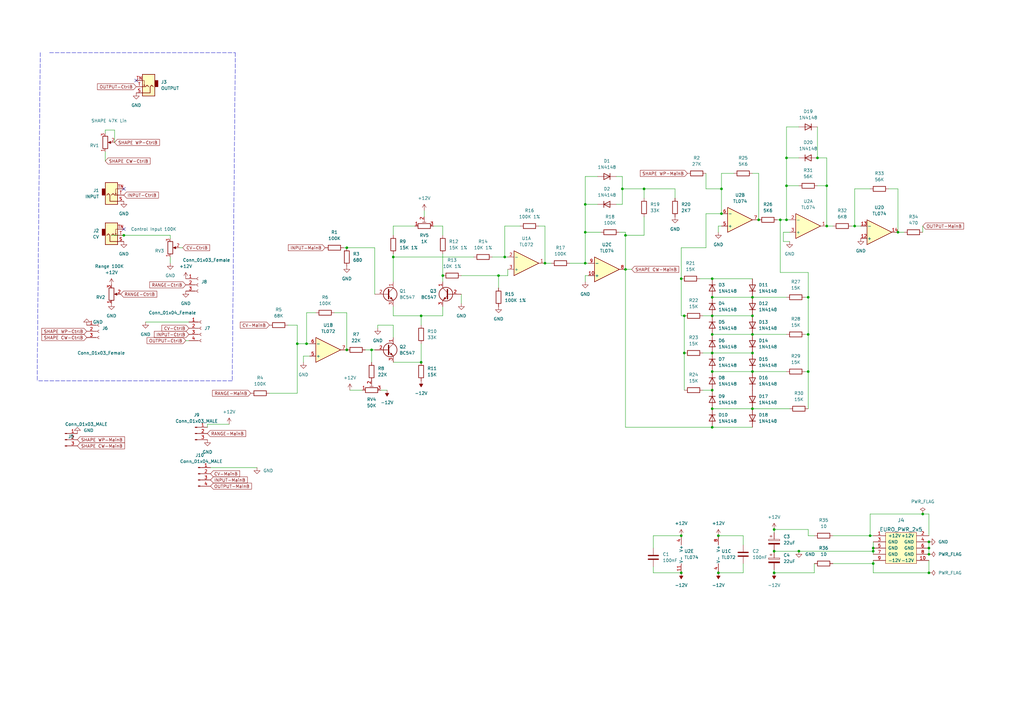
<source format=kicad_sch>
(kicad_sch (version 20211123) (generator eeschema)
  (paper "A3")
  (title_block (title "Yusynth WaveFolder") (date "2023-06-26"))
  (junction (at 279.4 114.3))
  (junction (at 322.58 90.17))
  (junction (at 255.27 77.47))
  (junction (at 308.61 152.4))
  (junction (at 292.1 114.3))
  (junction (at 240.03 83.82))
  (junction (at 295.91 77.47))
  (junction (at 172.72 129.54))
  (junction (at 142.24 143.51))
  (junction (at 292.1 160.02))
  (junction (at 280.67 144.78))
  (junction (at 295.91 87.63))
  (junction (at 292.1 167.64))
  (junction (at 280.67 129.54))
  (junction (at 181.61 113.03))
  (junction (at 292.1 137.16))
  (junction (at 50.8 96.52))
  (junction (at 152.4 143.51))
  (junction (at 350.52 92.71))
  (junction (at 339.09 76.2))
  (junction (at 256.54 96.52))
  (junction (at 294.64 234.95))
  (junction (at 317.5 234.95))
  (junction (at 292.1 144.78))
  (junction (at 317.5 226.06))
  (junction (at 358.14 231.14))
  (junction (at 331.47 137.16))
  (junction (at 378.46 210.82))
  (junction (at 335.28 64.77))
  (junction (at 308.61 129.54))
  (junction (at 292.1 152.4))
  (junction (at 279.4 219.71))
  (junction (at 308.61 121.92))
  (junction (at 223.52 107.95))
  (junction (at 142.24 101.6))
  (junction (at 358.14 224.79))
  (junction (at 356.87 219.71))
  (junction (at 368.3 95.25))
  (junction (at 381 224.79))
  (junction (at 256.54 110.49))
  (junction (at 308.61 167.64))
  (junction (at 381 234.95))
  (junction (at 327.66 226.06))
  (junction (at 279.4 234.95))
  (junction (at 264.16 77.47))
  (junction (at 172.72 148.59))
  (junction (at 292.1 129.54))
  (junction (at 121.92 140.97))
  (junction (at 308.61 144.78))
  (junction (at 207.01 105.41))
  (junction (at 311.15 90.17))
  (junction (at 339.09 92.71))
  (junction (at 320.04 90.17))
  (junction (at 322.58 76.2))
  (junction (at 294.64 219.71))
  (junction (at 125.73 140.97))
  (junction (at 381 227.33))
  (junction (at 240.03 107.95))
  (junction (at 331.47 152.4))
  (junction (at 292.1 175.26))
  (junction (at 331.47 121.92))
  (junction (at 317.5 217.17))
  (junction (at 358.14 226.06))
  (junction (at 322.58 64.77))
  (junction (at 308.61 137.16))
  (junction (at 381 222.25))
  (junction (at 161.29 105.41))
  (junction (at 240.03 95.25))
  (junction (at 292.1 121.92))
  (junction (at 204.47 113.03))
  (no_connect (at 50.8 93.98))
  (no_connect (at 50.8 77.47))
  (no_connect (at 55.88 33.02))
  (wire (pts (xy 45.72 96.52) (xy 50.8 96.52)))
  (wire (pts (xy 358.14 226.06) (xy 358.14 227.33)))
  (wire (pts (xy 279.4 129.54) (xy 280.67 129.54)))
  (wire (pts (xy 320.04 90.17) (xy 322.58 90.17)))
  (wire (pts (xy 129.54 128.27) (xy 125.73 128.27)))
  (wire (pts (xy 85.09 173.99) (xy 85.09 175.26)))
  (wire (pts (xy 350.52 77.47) (xy 350.52 92.71)))
  (wire (pts (xy 46.99 53.34) (xy 46.99 58.42)))
  (wire (pts (xy 204.47 113.03) (xy 208.28 113.03)))
  (wire (pts (xy 292.1 152.4) (xy 308.61 152.4)))
  (wire (pts (xy 317.5 217.17) (xy 317.5 218.44)))
  (wire (pts (xy 339.09 76.2) (xy 339.09 92.71)))
  (wire (pts (xy 292.1 167.64) (xy 308.61 167.64)))
  (wire (pts (xy 288.29 160.02) (xy 292.1 160.02)))
  (wire (pts (xy 358.14 231.14) (xy 358.14 234.95)))
  (wire (pts (xy 330.2 121.92) (xy 331.47 121.92)))
  (wire (pts (xy 172.72 140.97) (xy 172.72 148.59)))
  (wire (pts (xy 320.04 111.76) (xy 331.47 111.76)))
  (wire (pts (xy 153.67 120.65) (xy 153.67 101.6)))
  (wire (pts (xy 322.58 90.17) (xy 323.85 90.17)))
  (wire (pts (xy 327.66 76.2) (xy 322.58 76.2)))
  (wire (pts (xy 341.63 219.71) (xy 356.87 219.71)))
  (wire (pts (xy 121.92 133.35) (xy 121.92 140.97)))
  (wire (pts (xy 335.28 52.07) (xy 335.28 64.77)))
  (wire (pts (xy 323.85 95.25) (xy 321.31 95.25)))
  (wire (pts (xy 256.54 96.52) (xy 256.54 110.49)))
  (wire (pts (xy 289.56 71.12) (xy 289.56 77.47)))
  (wire (pts (xy 311.15 71.12) (xy 311.15 90.17)))
  (wire (pts (xy 161.29 138.43) (xy 161.29 133.35)))
  (wire (pts (xy 223.52 92.71) (xy 223.52 107.95)))
  (wire (pts (xy 322.58 52.07) (xy 322.58 64.77)))
  (wire (pts (xy 358.14 222.25) (xy 358.14 224.79)))
  (wire (pts (xy 59.69 132.08) (xy 77.47 132.08)))
  (wire (pts (xy 295.91 92.71) (xy 294.64 92.71)))
  (polyline (pts (xy 20.32 21.59) (xy 96.52 21.59)))
  (wire (pts (xy 330.2 137.16) (xy 331.47 137.16)))
  (wire (pts (xy 264.16 96.52) (xy 256.54 96.52)))
  (wire (pts (xy 161.29 104.14) (xy 161.29 105.41)))
  (wire (pts (xy 181.61 104.14) (xy 181.61 113.03)))
  (wire (pts (xy 331.47 217.17) (xy 317.5 217.17)))
  (wire (pts (xy 245.11 72.39) (xy 240.03 72.39)))
  (wire (pts (xy 267.97 219.71) (xy 279.4 219.71)))
  (wire (pts (xy 43.18 54.61) (xy 43.18 53.34)))
  (wire (pts (xy 256.54 110.49) (xy 256.54 175.26)))
  (wire (pts (xy 279.4 101.6) (xy 289.56 101.6)))
  (wire (pts (xy 50.8 96.52) (xy 69.85 96.52)))
  (wire (pts (xy 73.66 101.6) (xy 74.93 101.6)))
  (wire (pts (xy 223.52 107.95) (xy 226.06 107.95)))
  (wire (pts (xy 289.56 77.47) (xy 295.91 77.47)))
  (wire (pts (xy 276.86 77.47) (xy 264.16 77.47)))
  (wire (pts (xy 173.99 86.36) (xy 173.99 88.9)))
  (wire (pts (xy 142.24 101.6) (xy 140.97 101.6)))
  (polyline (pts (xy 16.51 21.59) (xy 15.24 156.21)))
  (wire (pts (xy 181.61 113.03) (xy 181.61 115.57)))
  (wire (pts (xy 378.46 210.82) (xy 381 210.82)))
  (wire (pts (xy 358.14 234.95) (xy 381 234.95)))
  (wire (pts (xy 69.85 105.41) (xy 69.85 107.95)))
  (wire (pts (xy 304.8 234.95) (xy 294.64 234.95)))
  (wire (pts (xy 327.66 52.07) (xy 322.58 52.07)))
  (wire (pts (xy 295.91 71.12) (xy 295.91 77.47)))
  (wire (pts (xy 331.47 152.4) (xy 331.47 137.16)))
  (wire (pts (xy 381 210.82) (xy 381 219.71)))
  (wire (pts (xy 256.54 110.49) (xy 259.08 110.49)))
  (wire (pts (xy 350.52 92.71) (xy 353.06 92.71)))
  (wire (pts (xy 170.18 92.71) (xy 161.29 92.71)))
  (wire (pts (xy 267.97 234.95) (xy 279.4 234.95)))
  (wire (pts (xy 240.03 95.25) (xy 240.03 107.95)))
  (wire (pts (xy 143.51 160.02) (xy 148.59 160.02)))
  (wire (pts (xy 331.47 219.71) (xy 331.47 217.17)))
  (wire (pts (xy 288.29 129.54) (xy 292.1 129.54)))
  (wire (pts (xy 156.21 160.02) (xy 158.75 160.02)))
  (wire (pts (xy 189.23 120.65) (xy 189.23 124.46)))
  (wire (pts (xy 181.61 92.71) (xy 181.61 96.52)))
  (wire (pts (xy 308.61 152.4) (xy 322.58 152.4)))
  (wire (pts (xy 125.73 128.27) (xy 125.73 140.97)))
  (polyline (pts (xy 96.52 21.59) (xy 95.25 156.21)))
  (wire (pts (xy 154.94 133.35) (xy 154.94 134.62)))
  (wire (pts (xy 317.5 226.06) (xy 327.66 226.06)))
  (wire (pts (xy 304.8 223.52) (xy 304.8 219.71)))
  (wire (pts (xy 142.24 101.6) (xy 153.67 101.6)))
  (wire (pts (xy 264.16 77.47) (xy 255.27 77.47)))
  (wire (pts (xy 289.56 101.6) (xy 289.56 87.63)))
  (wire (pts (xy 181.61 125.73) (xy 181.61 129.54)))
  (wire (pts (xy 256.54 95.25) (xy 256.54 96.52)))
  (wire (pts (xy 330.2 152.4) (xy 331.47 152.4)))
  (wire (pts (xy 220.98 92.71) (xy 223.52 92.71)))
  (wire (pts (xy 152.4 143.51) (xy 152.4 148.59)))
  (wire (pts (xy 279.4 114.3) (xy 279.4 101.6)))
  (wire (pts (xy 161.29 125.73) (xy 161.29 129.54)))
  (wire (pts (xy 331.47 137.16) (xy 331.47 121.92)))
  (wire (pts (xy 321.31 99.06) (xy 323.85 99.06)))
  (wire (pts (xy 308.61 167.64) (xy 323.85 167.64)))
  (wire (pts (xy 280.67 129.54) (xy 280.67 144.78)))
  (wire (pts (xy 255.27 77.47) (xy 255.27 83.82)))
  (wire (pts (xy 255.27 72.39) (xy 255.27 77.47)))
  (wire (pts (xy 121.92 161.29) (xy 121.92 140.97)))
  (wire (pts (xy 356.87 77.47) (xy 350.52 77.47)))
  (wire (pts (xy 381 234.95) (xy 381 229.87)))
  (wire (pts (xy 358.14 224.79) (xy 358.14 226.06)))
  (wire (pts (xy 349.25 92.71) (xy 350.52 92.71)))
  (wire (pts (xy 264.16 81.28) (xy 264.16 77.47)))
  (wire (pts (xy 118.11 133.35) (xy 121.92 133.35)))
  (wire (pts (xy 358.14 219.71) (xy 356.87 219.71)))
  (wire (pts (xy 300.99 71.12) (xy 295.91 71.12)))
  (wire (pts (xy 127 146.05) (xy 124.46 146.05)))
  (wire (pts (xy 308.61 71.12) (xy 311.15 71.12)))
  (wire (pts (xy 289.56 87.63) (xy 295.91 87.63)))
  (wire (pts (xy 161.29 105.41) (xy 194.31 105.41)))
  (wire (pts (xy 356.87 210.82) (xy 378.46 210.82)))
  (wire (pts (xy 292.1 137.16) (xy 308.61 137.16)))
  (wire (pts (xy 142.24 128.27) (xy 142.24 143.51)))
  (wire (pts (xy 161.29 129.54) (xy 172.72 129.54)))
  (wire (pts (xy 378.46 92.71) (xy 378.46 95.25)))
  (wire (pts (xy 124.46 146.05) (xy 124.46 148.59)))
  (wire (pts (xy 339.09 76.2) (xy 339.09 64.77)))
  (wire (pts (xy 356.87 210.82) (xy 356.87 219.71)))
  (wire (pts (xy 207.01 105.41) (xy 208.28 105.41)))
  (wire (pts (xy 304.8 219.71) (xy 294.64 219.71)))
  (wire (pts (xy 43.18 53.34) (xy 46.99 53.34)))
  (wire (pts (xy 201.93 105.41) (xy 207.01 105.41)))
  (wire (pts (xy 381 222.25) (xy 381 224.79)))
  (wire (pts (xy 93.98 173.99) (xy 85.09 173.99)))
  (wire (pts (xy 161.29 92.71) (xy 161.29 96.52)))
  (wire (pts (xy 327.66 226.06) (xy 358.14 226.06)))
  (wire (pts (xy 240.03 72.39) (xy 240.03 83.82)))
  (wire (pts (xy 276.86 81.28) (xy 276.86 77.47)))
  (wire (pts (xy 189.23 113.03) (xy 204.47 113.03)))
  (wire (pts (xy 334.01 234.95) (xy 334.01 231.14)))
  (wire (pts (xy 292.1 129.54) (xy 308.61 129.54)))
  (wire (pts (xy 233.68 107.95) (xy 240.03 107.95)))
  (wire (pts (xy 161.29 105.41) (xy 161.29 115.57)))
  (wire (pts (xy 322.58 64.77) (xy 322.58 76.2)))
  (wire (pts (xy 304.8 231.14) (xy 304.8 234.95)))
  (wire (pts (xy 317.5 234.95) (xy 334.01 234.95)))
  (wire (pts (xy 341.63 231.14) (xy 358.14 231.14)))
  (wire (pts (xy 292.1 144.78) (xy 308.61 144.78)))
  (wire (pts (xy 149.86 143.51) (xy 152.4 143.51)))
  (wire (pts (xy 137.16 128.27) (xy 142.24 128.27)))
  (wire (pts (xy 318.77 90.17) (xy 320.04 90.17)))
  (wire (pts (xy 321.31 95.25) (xy 321.31 99.06)))
  (wire (pts (xy 110.49 161.29) (xy 121.92 161.29)))
  (wire (pts (xy 292.1 114.3) (xy 308.61 114.3)))
  (wire (pts (xy 295.91 77.47) (xy 295.91 87.63)))
  (wire (pts (xy 207.01 92.71) (xy 207.01 105.41)))
  (wire (pts (xy 381 224.79) (xy 381 227.33)))
  (wire (pts (xy 294.64 92.71) (xy 294.64 95.25)))
  (wire (pts (xy 339.09 92.71) (xy 341.63 92.71)))
  (wire (pts (xy 213.36 92.71) (xy 207.01 92.71)))
  (wire (pts (xy 368.3 95.25) (xy 370.84 95.25)))
  (wire (pts (xy 208.28 113.03) (xy 208.28 110.49)))
  (wire (pts (xy 292.1 121.92) (xy 308.61 121.92)))
  (wire (pts (xy 172.72 129.54) (xy 172.72 133.35)))
  (wire (pts (xy 320.04 90.17) (xy 320.04 111.76)))
  (wire (pts (xy 308.61 137.16) (xy 322.58 137.16)))
  (wire (pts (xy 152.4 143.51) (xy 153.67 143.51)))
  (wire (pts (xy 86.36 191.77) (xy 105.41 191.77)))
  (wire (pts (xy 292.1 175.26) (xy 308.61 175.26)))
  (wire (pts (xy 339.09 64.77) (xy 335.28 64.77)))
  (wire (pts (xy 177.8 92.71) (xy 181.61 92.71)))
  (wire (pts (xy 331.47 111.76) (xy 331.47 121.92)))
  (wire (pts (xy 240.03 113.03) (xy 240.03 115.57)))
  (wire (pts (xy 125.73 140.97) (xy 127 140.97)))
  (wire (pts (xy 241.3 113.03) (xy 240.03 113.03)))
  (wire (pts (xy 279.4 114.3) (xy 279.4 129.54)))
  (wire (pts (xy 172.72 148.59) (xy 161.29 148.59)))
  (wire (pts (xy 69.85 96.52) (xy 69.85 97.79)))
  (wire (pts (xy 287.02 114.3) (xy 292.1 114.3)))
  (wire (pts (xy 335.28 76.2) (xy 339.09 76.2)))
  (wire (pts (xy 246.38 95.25) (xy 240.03 95.25)))
  (polyline (pts (xy 95.25 156.21) (xy 15.24 156.21)))
  (wire (pts (xy 364.49 77.47) (xy 368.3 77.47)))
  (wire (pts (xy 322.58 64.77) (xy 327.66 64.77)))
  (wire (pts (xy 240.03 83.82) (xy 240.03 95.25)))
  (wire (pts (xy 255.27 83.82) (xy 252.73 83.82)))
  (wire (pts (xy 172.72 129.54) (xy 181.61 129.54)))
  (wire (pts (xy 252.73 72.39) (xy 255.27 72.39)))
  (wire (pts (xy 43.18 62.23) (xy 43.18 66.04)))
  (wire (pts (xy 267.97 232.41) (xy 267.97 234.95)))
  (wire (pts (xy 331.47 167.64) (xy 331.47 152.4)))
  (wire (pts (xy 317.5 233.68) (xy 317.5 234.95)))
  (wire (pts (xy 322.58 76.2) (xy 322.58 90.17)))
  (wire (pts (xy 358.14 229.87) (xy 358.14 231.14)))
  (wire (pts (xy 288.29 144.78) (xy 292.1 144.78)))
  (wire (pts (xy 161.29 133.35) (xy 154.94 133.35)))
  (wire (pts (xy 368.3 77.47) (xy 368.3 95.25)))
  (wire (pts (xy 76.2 139.7) (xy 77.47 139.7)))
  (wire (pts (xy 240.03 107.95) (xy 241.3 107.95)))
  (wire (pts (xy 280.67 144.78) (xy 280.67 160.02)))
  (wire (pts (xy 204.47 113.03) (xy 204.47 118.11)))
  (wire (pts (xy 245.11 83.82) (xy 240.03 83.82)))
  (wire (pts (xy 254 95.25) (xy 256.54 95.25)))
  (wire (pts (xy 256.54 175.26) (xy 292.1 175.26)))
  (wire (pts (xy 334.01 219.71) (xy 331.47 219.71)))
  (wire (pts (xy 264.16 88.9) (xy 264.16 96.52)))
  (wire (pts (xy 267.97 224.79) (xy 267.97 219.71)))
  (wire (pts (xy 121.92 140.97) (xy 125.73 140.97)))
  (wire (pts (xy 308.61 121.92) (xy 322.58 121.92)))
  (global_label "RANGE-CtrlB" (shape input) (at 76.2 116.84 180) (property "Références Inter-Feuilles" "${INTERSHEET_REFS}" (effects hide)))
  (global_label "CV-MainB" (shape input) (at 110.49 133.35 180) (property "Références Inter-Feuilles" "${INTERSHEET_REFS}" (effects hide)))
  (global_label "SHAPE WP-MainB" (shape input) (at 31.75 180.34 0) (property "Références Inter-Feuilles" "${INTERSHEET_REFS}" (effects hide)))
  (global_label "OUTPUT-CtrlB" (shape input) (at 55.88 35.56 180) (property "Références Inter-Feuilles" "${INTERSHEET_REFS}" (effects hide)))
  (global_label "INPUT-MainB" (shape input) (at 133.35 101.6 180) (property "Références Inter-Feuilles" "${INTERSHEET_REFS}" (effects hide)))
  (global_label "OUTPUT-CtrlB" (shape input) (at 76.2 139.7 180) (property "Références Inter-Feuilles" "${INTERSHEET_REFS}" (effects hide)))
  (global_label "INPUT-CtrlB" (shape input) (at 50.8 80.01 0) (property "Références Inter-Feuilles" "${INTERSHEET_REFS}" (effects hide)))
  (global_label "CV-MainB" (shape input) (at 86.36 194.31 0) (property "Références Inter-Feuilles" "${INTERSHEET_REFS}" (effects hide)))
  (global_label "CV-CtrlB" (shape input) (at 77.47 134.62 180) (property "Références Inter-Feuilles" "${INTERSHEET_REFS}" (effects hide)))
  (global_label "INPUT-MainB" (shape input) (at 86.36 196.85 0) (property "Références Inter-Feuilles" "${INTERSHEET_REFS}" (effects hide)))
  (global_label "SHAPE WP-CtrlB" (shape input) (at 46.99 58.42 0) (property "Références Inter-Feuilles" "${INTERSHEET_REFS}" (effects hide)))
  (global_label "RANGE-MainB" (shape input) (at 85.09 177.8 0) (property "Références Inter-Feuilles" "${INTERSHEET_REFS}" (effects hide)))
  (global_label "SHAPE CW-CtrlB" (shape input) (at 35.56 138.43 180) (property "Références Inter-Feuilles" "${INTERSHEET_REFS}" (effects hide)))
  (global_label "OUTPUT-MainB" (shape input) (at 86.36 199.39 0) (property "Références Inter-Feuilles" "${INTERSHEET_REFS}" (effects hide)))
  (global_label "SHAPE CW-CtrlB" (shape input) (at 43.18 66.04 0) (property "Références Inter-Feuilles" "${INTERSHEET_REFS}" (effects hide)))
  (global_label "SHAPE CW-MainB" (shape input) (at 31.75 182.88 0) (property "Références Inter-Feuilles" "${INTERSHEET_REFS}" (effects hide)))
  (global_label "RANGE-CtrlB" (shape input) (at 49.53 120.65 0) (property "Références Inter-Feuilles" "${INTERSHEET_REFS}" (effects hide)))
  (global_label "INPUT-CtrlB" (shape input) (at 77.47 137.16 180) (property "Références Inter-Feuilles" "${INTERSHEET_REFS}" (effects hide)))
  (global_label "SHAPE WP-MainB" (shape input) (at 281.94 71.12 180) (property "Références Inter-Feuilles" "${INTERSHEET_REFS}" (effects hide)))
  (global_label "SHAPE CW-MainB" (shape input) (at 259.08 110.49 0) (property "Références Inter-Feuilles" "${INTERSHEET_REFS}" (effects hide)))
  (global_label "SHAPE WP-CtrlB" (shape input) (at 35.56 135.89 180) (property "Références Inter-Feuilles" "${INTERSHEET_REFS}" (effects hide)))
  (global_label "CV-CtrlB" (shape input) (at 74.93 101.6 0) (property "Références Inter-Feuilles" "${INTERSHEET_REFS}" (effects hide)))
  (global_label "OUTPUT-MainB" (shape input) (at 378.46 92.71 0) (property "Références Inter-Feuilles" "${INTERSHEET_REFS}" (effects hide)))
  (global_label "RANGE-MainB" (shape input) (at 102.87 161.29 180) (property "Références Inter-Feuilles" "${INTERSHEET_REFS}" (effects hide)))
  (symbol (lib_id "Device:R") (at 217.17 92.71 90) (unit 1)
    (property "Reference" "R16" (at 217.17 86.36 90))
    (property "Value" "100K 1%" (at 217.17 88.9 90))
    (property "Footprint" "Resistor_THT:R_Axial_DIN0207_L6.3mm_D2.5mm_P5.08mm_Vertical" (effects hide))
  )
  (symbol (lib_id "Device:R") (at 133.35 128.27 90) (unit 1)
    (property "Reference" "R6" (at 133.35 121.92 90))
    (property "Value" "100K" (at 133.35 124.46 90))
    (property "Footprint" "Resistor_THT:R_Axial_DIN0207_L6.3mm_D2.5mm_P5.08mm_Vertical" (effects hide))
  )
  (symbol (lib_id "Device:C") (at 267.97 228.6 0) (unit 1)
    (property "Reference" "C1" (at 271.78 227.3299 0) (effects (justify left)))
    (property "Value" "100nF" (at 271.78 229.8699 0) (effects (justify left)))
    (property "Footprint" "Capacitor_THT:C_Disc_D5.0mm_W2.5mm_P5.00mm" (effects hide))
  )
  (symbol (lib_id "power:GND") (at 240.03 115.57 0) (unit 1)
    (property "Reference" "#PWR015" (effects hide))
    (property "Value" "GND" (at 240.03 120.65 0))
  )
  (symbol (lib_id "Device:R") (at 284.48 129.54 270) (unit 1)
    (property "Reference" "R22" (at 284.48 123.19 90))
    (property "Value" "15K" (at 284.48 125.73 90))
    (property "Footprint" "Resistor_THT:R_Axial_DIN0207_L6.3mm_D2.5mm_P5.08mm_Vertical" (effects hide))
  )
  (symbol (lib_id "Connector:AudioJack2_SwitchT") (at 45.72 80.01 0) (mirror x) (unit 1)
    (property "Reference" "J1" (at 40.64 78.1049 0) (effects (justify right)))
    (property "Value" "INPUT" (at 40.64 80.6449 0) (effects (justify right)))
    (property "Footprint" "Audio_Jack:Jack_3.5mm_QingPu_WQP-PJ398SM_Vertical" (effects hide))
  )
  (symbol (lib_id "Diode:1N4148") (at 248.92 83.82 0) (unit 1)
    (property "Reference" "D2" (at 248.92 77.47 0))
    (property "Value" "1N4148" (at 248.92 80.01 0))
    (property "Footprint" "Diode_THT:D_DO-35_SOD27_P7.62mm_Horizontal" (effects hide))
    (property "Datasheet" "https://assets.nexperia.com/documents/data-sheet/1N4148_1N4448.pdf" (effects hide))
  )
  (symbol (lib_id "power:-12V") (at 317.5 234.95 180) (unit 1)
    (property "Reference" "#PWR025" (effects hide))
    (property "Value" "-12V" (at 317.5 240.03 0))
  )
  (symbol (lib_id "power:+12V") (at 76.2 114.3 0) (unit 1)
    (property "Reference" "#PWR031" (effects hide))
    (property "Value" "+12V" (at 76.2 109.22 0))
  )
  (symbol (lib_id "Diode:1N4148") (at 331.47 64.77 0) (unit 1)
    (property "Reference" "D20" (at 331.47 58.42 0))
    (property "Value" "1N4148" (at 331.47 60.96 0))
    (property "Footprint" "Diode_THT:D_DO-35_SOD27_P7.62mm_Horizontal" (effects hide))
    (property "Datasheet" "https://assets.nexperia.com/documents/data-sheet/1N4148_1N4448.pdf" (effects hide))
  )
  (symbol (lib_id "Device:R_Potentiometer") (at 43.18 58.42 0) (mirror x) (unit 1)
    (property "Reference" "RV1" (at 40.64 59.6901 0) (effects (justify right)))
    (property "Value" "SHAPE 47K Lin" (at 52.07 49.53 0) (effects (justify right)))
    (property "Footprint" "Potentiometer_THT:Potentiometer_Alpha_RD901F-40-00D_Single_Vertical" (effects hide))
  )
  (symbol (lib_id "Diode:1N4148") (at 248.92 72.39 180) (unit 1)
    (property "Reference" "D1" (at 248.92 66.04 0))
    (property "Value" "1N4148" (at 248.92 68.58 0))
    (property "Footprint" "Diode_THT:D_DO-35_SOD27_P7.62mm_Horizontal" (effects hide))
    (property "Datasheet" "https://assets.nexperia.com/documents/data-sheet/1N4148_1N4448.pdf" (effects hide))
  )
  (symbol (lib_id "Diode:1N4148") (at 308.61 140.97 90) (unit 1)
    (property "Reference" "D14" (at 311.15 139.6999 90) (effects (justify right)))
    (property "Value" "1N4148" (at 311.15 142.2399 90) (effects (justify right)))
    (property "Footprint" "Diode_THT:D_DO-35_SOD27_P7.62mm_Horizontal" (effects hide))
    (property "Datasheet" "https://assets.nexperia.com/documents/data-sheet/1N4148_1N4448.pdf" (effects hide))
  )
  (symbol (lib_id "Connector:Conn_01x03_Male") (at 26.67 180.34 0) (unit 1)
    (property "Reference" "J5" (at 27.94 179.0699 0) (effects (justify left)))
    (property "Value" "Conn_01x03_MALE" (at 26.67 173.99 0) (effects (justify left)))
    (property "Footprint" "Connector_PinHeader_2.54mm:PinHeader_1x03_P2.54mm_Vertical" (effects hide))
  )
  (symbol (lib_id "power:+12V") (at 279.4 219.71 0) (unit 1)
    (property "Reference" "#PWR018" (effects hide))
    (property "Value" "+12V" (at 279.4 214.63 0))
  )
  (symbol (lib_id "Transistor_BJT:BC547") (at 184.15 120.65 0) (mirror y) (unit 1)
    (property "Reference" "Q3" (at 179.07 119.3799 0) (effects (justify left)))
    (property "Value" "BC547" (at 179.07 121.9199 0) (effects (justify left)))
    (property "Footprint" "Package_TO_SOT_THT:TO-92_HandSolder" (effects hide))
    (property "Datasheet" "https://www.onsemi.com/pub/Collateral/BC550-D.pdf" (effects hide))
  )
  (symbol (lib_id "Device:R") (at 106.68 161.29 90) (unit 1)
    (property "Reference" "R4" (at 106.68 154.94 90))
    (property "Value" "100K" (at 106.68 157.48 90))
    (property "Footprint" "Resistor_THT:R_Axial_DIN0207_L6.3mm_D2.5mm_P5.08mm_Vertical" (effects hide))
  )
  (symbol (lib_id "power:-12V") (at 294.64 234.95 180) (unit 1)
    (property "Reference" "#PWR022" (effects hide))
    (property "Value" "-12V" (at 294.64 240.03 0))
  )
  (symbol (lib_id "power:GND") (at 142.24 109.22 0) (unit 1)
    (property "Reference" "#PWR05" (effects hide))
    (property "Value" "GND" (at 142.24 114.3 0))
  )
  (symbol (lib_id "power:GND") (at 294.64 95.25 0) (unit 1)
    (property "Reference" "#PWR017" (effects hide))
    (property "Value" "GND" (at 294.64 100.33 0))
  )
  (symbol (lib_id "Device:R") (at 360.68 77.47 270) (unit 1)
    (property "Reference" "R33" (at 360.68 71.12 90))
    (property "Value" "56K" (at 360.68 73.66 90))
    (property "Footprint" "Resistor_THT:R_Axial_DIN0207_L6.3mm_D2.5mm_P5.08mm_Vertical" (effects hide))
  )
  (symbol (lib_id "Connector:Conn_01x04_Female") (at 82.55 134.62 0) (unit 1)
    (property "Reference" "J7" (at 83.82 134.6199 0) (effects (justify left)))
    (property "Value" "Conn_01x04_Female" (at 60.96 128.27 0) (effects (justify left)))
    (property "Footprint" "Connector_PinHeader_2.54mm:PinHeader_1x04_P2.54mm_Vertical" (effects hide))
  )
  (symbol (lib_id "Device:R") (at 337.82 219.71 90) (unit 1)
    (property "Reference" "R35" (at 337.82 213.36 90))
    (property "Value" "10" (at 337.82 215.9 90))
    (property "Footprint" "Resistor_THT:R_Axial_DIN0207_L6.3mm_D2.5mm_P5.08mm_Vertical" (effects hide))
  )
  (symbol (lib_id "Device:R") (at 142.24 105.41 180) (unit 1)
    (property "Reference" "R3" (at 144.78 104.1399 0) (effects (justify right)))
    (property "Value" "680" (at 144.78 106.6799 0) (effects (justify right)))
    (property "Footprint" "Resistor_THT:R_Axial_DIN0207_L6.3mm_D2.5mm_P5.08mm_Vertical" (effects hide))
  )
  (symbol (lib_id "power:GND") (at 353.06 97.79 0) (unit 1)
    (property "Reference" "#PWR023" (effects hide))
    (property "Value" "GND" (at 353.06 102.87 0))
  )
  (symbol (lib_id "Device:R") (at 204.47 121.92 0) (unit 1)
    (property "Reference" "R15" (at 207.01 120.6499 0) (effects (justify left)))
    (property "Value" "100K 1%" (at 207.01 123.1899 0) (effects (justify left)))
    (property "Footprint" "Resistor_THT:R_Axial_DIN0207_L6.3mm_D2.5mm_P5.08mm_Vertical" (effects hide))
  )
  (symbol (lib_id "Device:R") (at 185.42 113.03 270) (unit 1)
    (property "Reference" "R13" (at 185.42 106.68 90))
    (property "Value" "10K 1%" (at 185.42 109.22 90))
    (property "Footprint" "Resistor_THT:R_Axial_DIN0207_L6.3mm_D2.5mm_P5.08mm_Vertical" (effects hide))
  )
  (symbol (lib_id "Device:R") (at 345.44 92.71 270) (unit 1)
    (property "Reference" "R32" (at 345.44 86.36 90))
    (property "Value" "6K8" (at 345.44 88.9 90))
    (property "Footprint" "Resistor_THT:R_Axial_DIN0207_L6.3mm_D2.5mm_P5.08mm_Vertical" (effects hide))
  )
  (symbol (lib_id "Device:C") (at 304.8 227.33 0) (unit 1)
    (property "Reference" "C2" (at 308.61 226.0599 0) (effects (justify left)))
    (property "Value" "100nF" (at 308.61 228.5999 0) (effects (justify left)))
    (property "Footprint" "Capacitor_THT:C_Disc_D5.0mm_W2.5mm_P5.00mm" (effects hide))
  )
  (symbol (lib_id "Device:R_Potentiometer") (at 69.85 101.6 0) (mirror x) (unit 1)
    (property "Reference" "RV3" (at 67.31 102.8701 0) (effects (justify right)))
    (property "Value" "Control Input 100K" (at 72.39 93.98 0) (effects (justify right)))
    (property "Footprint" "Potentiometer_THT:Potentiometer_Alpha_RD901F-40-00D_Single_Vertical" (effects hide))
  )
  (symbol (lib_id "Amplifier_Operational:TL072") (at 297.18 227.33 0) (unit 3)
    (property "Reference" "U1" (at 295.91 226.0599 0) (effects (justify left)))
    (property "Value" "TL072" (at 295.91 228.5999 0) (effects (justify left)))
    (property "Footprint" "Package_DIP:DIP-8_W7.62mm_LongPads" (effects hide))
    (property "Datasheet" "http://www.ti.com/lit/ds/symlink/tl071.pdf" (effects hide))
  )
  (symbol (lib_id "Device:C_Polarized") (at 317.5 229.87 0) (unit 1)
    (property "Reference" "C4" (at 321.31 227.7109 0) (effects (justify left)))
    (property "Value" "22uF" (at 321.31 230.2509 0) (effects (justify left)))
    (property "Footprint" "Capacitor_THT:CP_Radial_D5.0mm_P2.00mm" (effects hide))
  )
  (symbol (lib_id "Diode:1N4148") (at 292.1 125.73 270) (unit 1)
    (property "Reference" "D4" (at 294.64 124.4599 90) (effects (justify left)))
    (property "Value" "1N4148" (at 294.64 126.9999 90) (effects (justify left)))
    (property "Footprint" "Diode_THT:D_DO-35_SOD27_P7.62mm_Horizontal" (effects hide))
    (property "Datasheet" "https://assets.nexperia.com/documents/data-sheet/1N4148_1N4448.pdf" (effects hide))
  )
  (symbol (lib_id "power:GND") (at 35.56 133.35 180) (unit 1)
    (property "Reference" "#PWR029" (effects hide))
    (property "Value" "GND" (at 38.1 132.0799 0) (effects (justify right)))
  )
  (symbol (lib_id "Connector:AudioJack2_SwitchT") (at 45.72 96.52 0) (mirror x) (unit 1)
    (property "Reference" "J2" (at 40.64 94.6149 0) (effects (justify right)))
    (property "Value" "CV" (at 40.64 97.1549 0) (effects (justify right)))
    (property "Footprint" "Audio_Jack:Jack_3.5mm_QingPu_WQP-PJ398SM_Vertical" (effects hide))
  )
  (symbol (lib_id "power:-12V") (at 279.4 234.95 180) (unit 1)
    (property "Reference" "#PWR019" (effects hide))
    (property "Value" "-12V" (at 279.4 240.03 0))
  )
  (symbol (lib_id "Device:R") (at 304.8 71.12 270) (unit 1)
    (property "Reference" "R25" (at 304.8 64.77 90))
    (property "Value" "5K6" (at 304.8 67.31 90))
    (property "Footprint" "Resistor_THT:R_Axial_DIN0207_L6.3mm_D2.5mm_P5.08mm_Vertical" (effects hide))
  )
  (symbol (lib_id "power:GND") (at 76.2 119.38 0) (unit 1)
    (property "Reference" "#PWR032" (effects hide))
    (property "Value" "GND" (at 76.2 124.46 0))
  )
  (symbol (lib_id "power:PWR_FLAG") (at 381 234.95 270) (unit 1)
    (property "Reference" "#FLG03" (effects hide))
    (property "Value" "PWR_FLAG" (at 384.81 234.9499 90) (effects (justify left)))
  )
  (symbol (lib_id "power:GND") (at 154.94 134.62 0) (unit 1)
    (property "Reference" "#PWR09" (effects hide))
    (property "Value" "GND" (at 154.94 139.7 0))
  )
  (symbol (lib_id "power:GND") (at 327.66 226.06 0) (unit 1)
    (property "Reference" "#PWR0101" (effects hide))
    (property "Value" "GND" (at 330.2 227.3299 0) (effects (justify left)))
  )
  (symbol (lib_id "power:+12V") (at 173.99 86.36 0) (unit 1)
    (property "Reference" "#PWR012" (effects hide))
    (property "Value" "+12V" (at 173.99 81.28 0))
  )
  (symbol (lib_id "Diode:1N4148") (at 308.61 171.45 90) (unit 1)
    (property "Reference" "D18" (at 311.15 170.1799 90) (effects (justify right)))
    (property "Value" "1N4148" (at 311.15 172.7199 90) (effects (justify right)))
    (property "Footprint" "Diode_THT:D_DO-35_SOD27_P7.62mm_Horizontal" (effects hide))
    (property "Datasheet" "https://assets.nexperia.com/documents/data-sheet/1N4148_1N4448.pdf" (effects hide))
  )
  (symbol (lib_id "Device:R") (at 172.72 152.4 180) (unit 1)
    (property "Reference" "R11" (at 175.26 151.1299 0) (effects (justify right)))
    (property "Value" "15K" (at 175.26 153.6699 0) (effects (justify right)))
    (property "Footprint" "Resistor_THT:R_Axial_DIN0207_L6.3mm_D2.5mm_P5.08mm_Vertical" (effects hide))
  )
  (symbol (lib_id "power:+12V") (at 143.51 160.02 0) (unit 1)
    (property "Reference" "#PWR08" (effects hide))
    (property "Value" "+12V" (at 143.51 154.94 0))
  )
  (symbol (lib_id "power:GND") (at 50.8 82.55 0) (unit 1)
    (property "Reference" "#PWR01" (effects hide))
    (property "Value" "GND" (at 50.8 87.63 0))
  )
  (symbol (lib_id "Transistor_BJT:BC547") (at 158.75 143.51 0) (unit 1)
    (property "Reference" "Q2" (at 163.83 142.2399 0) (effects (justify left)))
    (property "Value" "BC547" (at 163.83 144.7799 0) (effects (justify left)))
    (property "Footprint" "Package_TO_SOT_THT:TO-92_HandSolder" (effects hide))
    (property "Datasheet" "https://www.onsemi.com/pub/Collateral/BC550-D.pdf" (effects hide))
  )
  (symbol (lib_id "Connector:Conn_01x04_Male") (at 81.28 194.31 0) (unit 1)
    (property "Reference" "J10" (at 81.915 186.69 0))
    (property "Value" "Conn_01x04_MALE" (at 82.55 189.23 0))
    (property "Footprint" "Connector_PinHeader_2.54mm:PinHeader_1x04_P2.54mm_Vertical" (effects hide))
  )
  (symbol (lib_id "Device:R_Potentiometer_Trim") (at 152.4 160.02 90) (unit 1)
    (property "Reference" "RV4" (at 152.4 163.83 90))
    (property "Value" "50K" (at 152.4 166.37 90))
    (property "Footprint" "Potentiometer_THT:Potentiometer_Bourns_3266Y_Vertical" (effects hide))
  )
  (symbol (lib_id "Device:R") (at 137.16 101.6 90) (unit 1)
    (property "Reference" "R1" (at 137.16 95.25 90))
    (property "Value" "100K" (at 137.16 97.79 90))
    (property "Footprint" "Resistor_THT:R_Axial_DIN0207_L6.3mm_D2.5mm_P5.08mm_Vertical" (effects hide))
  )
  (symbol (lib_id "power:GND") (at 381 222.25 90) (unit 1)
    (property "Reference" "#PWR027" (effects hide))
    (property "Value" "GND" (at 384.81 222.2499 90) (effects (justify right)))
  )
  (symbol (lib_id "Diode:1N4148") (at 331.47 52.07 180) (unit 1)
    (property "Reference" "D19" (at 331.47 45.72 0))
    (property "Value" "1N4148" (at 331.47 48.26 0))
    (property "Footprint" "Diode_THT:D_DO-35_SOD27_P7.62mm_Horizontal" (effects hide))
    (property "Datasheet" "https://assets.nexperia.com/documents/data-sheet/1N4148_1N4448.pdf" (effects hide))
  )
  (symbol (lib_id "power:GND") (at 276.86 88.9 0) (unit 1)
    (property "Reference" "#PWR016" (effects hide))
    (property "Value" "GND" (at 276.86 93.98 0))
  )
  (symbol (lib_id "Diode:1N4148") (at 292.1 171.45 270) (unit 1)
    (property "Reference" "D10" (at 294.64 170.1799 90) (effects (justify left)))
    (property "Value" "1N4148" (at 294.64 172.7199 90) (effects (justify left)))
    (property "Footprint" "Diode_THT:D_DO-35_SOD27_P7.62mm_Horizontal" (effects hide))
    (property "Datasheet" "https://assets.nexperia.com/documents/data-sheet/1N4148_1N4448.pdf" (effects hide))
  )
  (symbol (lib_id "Device:R") (at 374.65 95.25 270) (unit 1)
    (property "Reference" "R34" (at 374.65 88.9 90))
    (property "Value" "470" (at 374.65 91.44 90))
    (property "Footprint" "Resistor_THT:R_Axial_DIN0207_L6.3mm_D2.5mm_P5.08mm_Vertical" (effects hide))
  )
  (symbol (lib_id "Device:R") (at 284.48 160.02 270) (unit 1)
    (property "Reference" "R24" (at 284.48 153.67 90))
    (property "Value" "15K" (at 284.48 156.21 90))
    (property "Footprint" "Resistor_THT:R_Axial_DIN0207_L6.3mm_D2.5mm_P5.08mm_Vertical" (effects hide))
  )
  (symbol (lib_id "Device:R") (at 326.39 137.16 270) (unit 1)
    (property "Reference" "R28" (at 326.39 130.81 90))
    (property "Value" "15K" (at 326.39 133.35 90))
    (property "Footprint" "Resistor_THT:R_Axial_DIN0207_L6.3mm_D2.5mm_P5.08mm_Vertical" (effects hide))
  )
  (symbol (lib_id "Diode:1N4148") (at 308.61 133.35 90) (unit 1)
    (property "Reference" "D13" (at 311.15 132.0799 90) (effects (justify right)))
    (property "Value" "1N4148" (at 311.15 134.6199 90) (effects (justify right)))
    (property "Footprint" "Diode_THT:D_DO-35_SOD27_P7.62mm_Horizontal" (effects hide))
    (property "Datasheet" "https://assets.nexperia.com/documents/data-sheet/1N4148_1N4448.pdf" (effects hide))
  )
  (symbol (lib_id "power:GND") (at 45.72 124.46 0) (unit 1)
    (property "Reference" "#PWR04" (effects hide))
    (property "Value" "GND" (at 45.72 129.54 0))
  )
  (symbol (lib_id "power:GND") (at 55.88 38.1 0) (unit 1)
    (property "Reference" "#PWR026" (effects hide))
    (property "Value" "GND" (at 55.88 43.18 0))
  )
  (symbol (lib_id "Device:C_Polarized") (at 317.5 222.25 0) (unit 1)
    (property "Reference" "C3" (at 321.31 220.0909 0) (effects (justify left)))
    (property "Value" "22uF" (at 321.31 222.6309 0) (effects (justify left)))
    (property "Footprint" "Capacitor_THT:CP_Radial_D5.0mm_P2.00mm" (effects hide))
  )
  (symbol (lib_id "Diode:1N4148") (at 308.61 148.59 90) (unit 1)
    (property "Reference" "D15" (at 311.15 147.3199 90) (effects (justify right)))
    (property "Value" "1N4148" (at 311.15 149.8599 90) (effects (justify right)))
    (property "Footprint" "Diode_THT:D_DO-35_SOD27_P7.62mm_Horizontal" (effects hide))
    (property "Datasheet" "https://assets.nexperia.com/documents/data-sheet/1N4148_1N4448.pdf" (effects hide))
  )
  (symbol (lib_id "Diode:1N4148") (at 292.1 163.83 270) (unit 1)
    (property "Reference" "D9" (at 294.64 162.5599 90) (effects (justify left)))
    (property "Value" "1N4148" (at 294.64 165.0999 90) (effects (justify left)))
    (property "Footprint" "Diode_THT:D_DO-35_SOD27_P7.62mm_Horizontal" (effects hide))
    (property "Datasheet" "https://assets.nexperia.com/documents/data-sheet/1N4148_1N4448.pdf" (effects hide))
  )
  (symbol (lib_id "power:GND") (at 323.85 99.06 0) (unit 1)
    (property "Reference" "#PWR020" (effects hide))
    (property "Value" "GND" (at 323.85 104.14 0))
  )
  (symbol (lib_id "Device:R") (at 172.72 137.16 180) (unit 1)
    (property "Reference" "R10" (at 175.26 135.8899 0) (effects (justify right)))
    (property "Value" "33K" (at 175.26 138.4299 0) (effects (justify right)))
    (property "Footprint" "Resistor_THT:R_Axial_DIN0207_L6.3mm_D2.5mm_P5.08mm_Vertical" (effects hide))
  )
  (symbol (lib_id "power:+12V") (at 317.5 217.17 0) (unit 1)
    (property "Reference" "#PWR024" (effects hide))
    (property "Value" "+12V" (at 317.5 212.09 0))
  )
  (symbol (lib_id "Device:R") (at 326.39 121.92 270) (unit 1)
    (property "Reference" "R27" (at 326.39 115.57 90))
    (property "Value" "15K" (at 326.39 118.11 90))
    (property "Footprint" "Resistor_THT:R_Axial_DIN0207_L6.3mm_D2.5mm_P5.08mm_Vertical" (effects hide))
  )
  (symbol (lib_id "power:GND") (at 189.23 124.46 0) (unit 1)
    (property "Reference" "#PWR013" (effects hide))
    (property "Value" "GND" (at 189.23 129.54 0))
  )
  (symbol (lib_id "Diode:1N4148") (at 308.61 125.73 90) (unit 1)
    (property "Reference" "D12" (at 311.15 124.4599 90) (effects (justify right)))
    (property "Value" "1N4148" (at 311.15 126.9999 90) (effects (justify right)))
    (property "Footprint" "Diode_THT:D_DO-35_SOD27_P7.62mm_Horizontal" (effects hide))
    (property "Datasheet" "https://assets.nexperia.com/documents/data-sheet/1N4148_1N4448.pdf" (effects hide))
  )
  (symbol (lib_id "power:GND") (at 59.69 132.08 0) (unit 1)
    (property "Reference" "#PWR030" (effects hide))
    (property "Value" "GND" (at 59.69 137.16 0))
  )
  (symbol (lib_id "Diode:1N4148") (at 292.1 133.35 270) (unit 1)
    (property "Reference" "D5" (at 294.64 132.0799 90) (effects (justify left)))
    (property "Value" "1N4148" (at 294.64 134.6199 90) (effects (justify left)))
    (property "Footprint" "Diode_THT:D_DO-35_SOD27_P7.62mm_Horizontal" (effects hide))
    (property "Datasheet" "https://assets.nexperia.com/documents/data-sheet/1N4148_1N4448.pdf" (effects hide))
  )
  (symbol (lib_id "Connector:AudioJack2_SwitchT") (at 60.96 35.56 180) (unit 1)
    (property "Reference" "J3" (at 66.04 33.6549 0) (effects (justify right)))
    (property "Value" "OUTPUT" (at 66.04 36.1949 0) (effects (justify right)))
    (property "Footprint" "Audio_Jack:Jack_3.5mm_QingPu_WQP-PJ398SM_Vertical" (effects hide))
  )
  (symbol (lib_id "power:GND") (at 50.8 99.06 0) (unit 1)
    (property "Reference" "#PWR02" (effects hide))
    (property "Value" "GND" (at 50.8 104.14 0))
  )
  (symbol (lib_id "power:GND") (at 124.46 148.59 0) (unit 1)
    (property "Reference" "#PWR07" (effects hide))
    (property "Value" "GND" (at 124.46 153.67 0))
  )
  (symbol (lib_id "Amplifier_Operational:TL074") (at 248.92 110.49 0) (mirror x) (unit 3)
    (property "Reference" "U2" (at 248.92 100.33 0))
    (property "Value" "TL074" (at 248.92 102.87 0))
    (property "Footprint" "Package_DIP:DIP-14_W7.62mm_LongPads" (effects hide))
    (property "Datasheet" "http://www.ti.com/lit/ds/symlink/tl071.pdf" (effects hide))
  )
  (symbol (lib_id "power:GND") (at 204.47 125.73 0) (unit 1)
    (property "Reference" "#PWR014" (effects hide))
    (property "Value" "GND" (at 204.47 130.81 0))
  )
  (symbol (lib_id "Connector:Conn_01x03_Male") (at 80.01 177.8 0) (unit 1)
    (property "Reference" "J9" (at 80.645 170.18 0))
    (property "Value" "Conn_01x03_MALE" (at 80.645 172.72 0))
    (property "Footprint" "Connector_PinHeader_2.54mm:PinHeader_1x03_P2.54mm_Vertical" (effects hide))
  )
  (symbol (lib_id "power:PWR_FLAG") (at 378.46 210.82 0) (unit 1)
    (property "Reference" "#FLG01" (effects hide))
    (property "Value" "PWR_FLAG" (at 378.46 205.74 0))
  )
  (symbol (lib_id "Diode:1N4148") (at 292.1 118.11 270) (unit 1)
    (property "Reference" "D3" (at 294.64 116.8399 90) (effects (justify left)))
    (property "Value" "1N4148" (at 294.64 119.3799 90) (effects (justify left)))
    (property "Footprint" "Diode_THT:D_DO-35_SOD27_P7.62mm_Horizontal" (effects hide))
    (property "Datasheet" "https://assets.nexperia.com/documents/data-sheet/1N4148_1N4448.pdf" (effects hide))
  )
  (symbol (lib_id "Connector:Conn_01x03_Female") (at 40.64 135.89 0) (unit 1)
    (property "Reference" "J6" (at 41.91 134.6199 0) (effects (justify left)))
    (property "Value" "Conn_01x03_Female" (at 31.75 144.78 0) (effects (justify left)))
    (property "Footprint" "Connector_PinHeader_2.54mm:PinHeader_1x03_P2.54mm_Vertical" (effects hide))
  )
  (symbol (lib_id "Device:R") (at 326.39 152.4 270) (unit 1)
    (property "Reference" "R29" (at 326.39 146.05 90))
    (property "Value" "15K" (at 326.39 148.59 90))
    (property "Footprint" "Resistor_THT:R_Axial_DIN0207_L6.3mm_D2.5mm_P5.08mm_Vertical" (effects hide))
  )
  (symbol (lib_id "eurorack:EURO_PWR_2x5") (at 369.57 224.79 0) (unit 1)
    (property "Reference" "J4" (at 369.57 213.36 0) (effects (font (size 1.524 1.524))))
    (property "Value" "EURO_PWR_2x5" (at 369.57 217.17 0) (effects (font (size 1.524 1.524))))
    (property "Footprint" "eurorack:Eurorack_power_header" (effects hide))
  )
  (symbol (lib_id "Device:R") (at 314.96 90.17 270) (unit 1)
    (property "Reference" "R26" (at 314.96 83.82 90))
    (property "Value" "5K6" (at 314.96 86.36 90))
    (property "Footprint" "Resistor_THT:R_Axial_DIN0207_L6.3mm_D2.5mm_P5.08mm_Vertical" (effects hide))
  )
  (symbol (lib_id "Device:R") (at 285.75 71.12 90) (unit 1)
    (property "Reference" "R2" (at 285.75 64.77 90))
    (property "Value" "27K" (at 285.75 67.31 90))
    (property "Footprint" "Resistor_THT:R_Axial_DIN0207_L6.3mm_D2.5mm_P5.08mm_Vertical" (effects hide))
  )
  (symbol (lib_id "Device:R_Potentiometer") (at 45.72 120.65 0) (mirror x) (unit 1)
    (property "Reference" "RV2" (at 43.18 121.9201 0) (effects (justify right)))
    (property "Value" "Range 100K" (at 50.8 109.22 0) (effects (justify right)))
    (property "Footprint" "Potentiometer_THT:Potentiometer_Alpha_RD901F-40-00D_Single_Vertical" (effects hide))
  )
  (symbol (lib_id "power:GND") (at 85.09 180.34 0) (unit 1)
    (property "Reference" "#PWR033" (effects hide))
    (property "Value" "GND" (at 85.09 185.42 0))
  )
  (symbol (lib_id "power:-12V") (at 172.72 156.21 180) (unit 1)
    (property "Reference" "#PWR011" (effects hide))
    (property "Value" "-12V" (at 172.72 161.29 0))
  )
  (symbol (lib_id "Diode:1N4148") (at 292.1 148.59 270) (unit 1)
    (property "Reference" "D7" (at 294.64 147.3199 90) (effects (justify left)))
    (property "Value" "1N4148" (at 294.64 149.8599 90) (effects (justify left)))
    (property "Footprint" "Diode_THT:D_DO-35_SOD27_P7.62mm_Horizontal" (effects hide))
    (property "Datasheet" "https://assets.nexperia.com/documents/data-sheet/1N4148_1N4448.pdf" (effects hide))
  )
  (symbol (lib_id "Device:R") (at 146.05 143.51 90) (unit 1)
    (property "Reference" "R7" (at 146.05 137.16 90))
    (property "Value" "22K" (at 146.05 139.7 90))
    (property "Footprint" "Resistor_THT:R_Axial_DIN0207_L6.3mm_D2.5mm_P5.08mm_Vertical" (effects hide))
  )
  (symbol (lib_id "Device:R") (at 331.47 76.2 270) (unit 1)
    (property "Reference" "R31" (at 331.47 69.85 90))
    (property "Value" "56K" (at 331.47 72.39 90))
    (property "Footprint" "Resistor_THT:R_Axial_DIN0207_L6.3mm_D2.5mm_P5.08mm_Vertical" (effects hide))
  )
  (symbol (lib_id "Device:R_Potentiometer_Trim") (at 173.99 92.71 90) (unit 1)
    (property "Reference" "RV5" (at 173.99 96.52 90))
    (property "Value" "1K" (at 173.99 99.06 90))
    (property "Footprint" "Potentiometer_THT:Potentiometer_Bourns_3266Y_Vertical" (effects hide))
  )
  (symbol (lib_id "Device:R") (at 250.19 95.25 90) (unit 1)
    (property "Reference" "R18" (at 250.19 88.9 90))
    (property "Value" "100K" (at 250.19 91.44 90))
    (property "Footprint" "Resistor_THT:R_Axial_DIN0207_L6.3mm_D2.5mm_P5.08mm_Vertical" (effects hide))
  )
  (symbol (lib_id "power:GND") (at 31.75 177.8 180) (unit 1)
    (property "Reference" "#PWR028" (effects hide))
    (property "Value" "GND" (at 34.29 176.5299 0) (effects (justify right)))
  )
  (symbol (lib_id "Device:R") (at 283.21 114.3 270) (unit 1)
    (property "Reference" "R21" (at 283.21 107.95 90))
    (property "Value" "15K" (at 283.21 110.49 90))
    (property "Footprint" "Resistor_THT:R_Axial_DIN0207_L6.3mm_D2.5mm_P5.08mm_Vertical" (effects hide))
  )
  (symbol (lib_id "Amplifier_Operational:TL074") (at 303.53 90.17 0) (mirror x) (unit 2)
    (property "Reference" "U2" (at 303.53 80.01 0))
    (property "Value" "TL074" (at 303.53 82.55 0))
    (property "Footprint" "Package_DIP:DIP-14_W7.62mm_LongPads" (effects hide))
    (property "Datasheet" "http://www.ti.com/lit/ds/symlink/tl071.pdf" (effects hide))
  )
  (symbol (lib_id "power:+12V") (at 93.98 173.99 0) (unit 1)
    (property "Reference" "#PWR035" (effects hide))
    (property "Value" "+12V" (at 93.98 168.91 0))
  )
  (symbol (lib_id "Device:R") (at 264.16 85.09 180) (unit 1)
    (property "Reference" "R19" (at 266.7 83.8199 0) (effects (justify right)))
    (property "Value" "33K" (at 266.7 86.3599 0) (effects (justify right)))
    (property "Footprint" "Resistor_THT:R_Axial_DIN0207_L6.3mm_D2.5mm_P5.08mm_Vertical" (effects hide))
  )
  (symbol (lib_id "Device:R") (at 327.66 167.64 270) (unit 1)
    (property "Reference" "R30" (at 327.66 161.29 90))
    (property "Value" "15K" (at 327.66 163.83 90))
    (property "Footprint" "Resistor_THT:R_Axial_DIN0207_L6.3mm_D2.5mm_P5.08mm_Vertical" (effects hide))
  )
  (symbol (lib_id "Device:R") (at 337.82 231.14 90) (unit 1)
    (property "Reference" "R36" (at 337.82 224.79 90))
    (property "Value" "10" (at 337.82 227.33 90))
    (property "Footprint" "Resistor_THT:R_Axial_DIN0207_L6.3mm_D2.5mm_P5.08mm_Vertical" (effects hide))
  )
  (symbol (lib_id "power:+12V") (at 45.72 116.84 0) (unit 1)
    (property "Reference" "#PWR03" (effects hide))
    (property "Value" "+12V" (at 45.72 111.76 0))
  )
  (symbol (lib_id "Device:R") (at 114.3 133.35 90) (unit 1)
    (property "Reference" "R5" (at 114.3 127 90))
    (property "Value" "68K" (at 114.3 129.54 90))
    (property "Footprint" "Resistor_THT:R_Axial_DIN0207_L6.3mm_D2.5mm_P5.08mm_Vertical" (effects hide))
  )
  (symbol (lib_id "power:+12V") (at 294.64 219.71 0) (unit 1)
    (property "Reference" "#PWR021" (effects hide))
    (property "Value" "+12V" (at 294.64 214.63 0))
  )
  (symbol (lib_id "Diode:1N4148") (at 308.61 163.83 90) (unit 1)
    (property "Reference" "D17" (at 311.15 162.5599 90) (effects (justify right)))
    (property "Value" "1N4148" (at 311.15 165.0999 90) (effects (justify right)))
    (property "Footprint" "Diode_THT:D_DO-35_SOD27_P7.62mm_Horizontal" (effects hide))
    (property "Datasheet" "https://assets.nexperia.com/documents/data-sheet/1N4148_1N4448.pdf" (effects hide))
  )
  (symbol (lib_id "Amplifier_Operational:TL074") (at 331.47 92.71 0) (mirror x) (unit 1)
    (property "Reference" "U2" (at 331.47 82.55 0))
    (property "Value" "TL074" (at 331.47 85.09 0))
    (property "Footprint" "Package_DIP:DIP-14_W7.62mm_LongPads" (effects hide))
    (property "Datasheet" "http://www.ti.com/lit/ds/symlink/tl071.pdf" (effects hide))
  )
  (symbol (lib_id "Device:R") (at 161.29 100.33 180) (unit 1)
    (property "Reference" "R9" (at 163.83 99.0599 0) (effects (justify right)))
    (property "Value" "15K 1%" (at 163.83 101.5999 0) (effects (justify right)))
    (property "Footprint" "Resistor_THT:R_Axial_DIN0207_L6.3mm_D2.5mm_P5.08mm_Vertical" (effects hide))
  )
  (symbol (lib_id "power:PWR_FLAG") (at 381 227.33 270) (unit 1)
    (property "Reference" "#FLG02" (effects hide))
    (property "Value" "PWR_FLAG" (at 384.81 227.3299 90) (effects (justify left)))
  )
  (symbol (lib_id "Device:R") (at 152.4 152.4 180) (unit 1)
    (property "Reference" "R8" (at 154.94 151.1299 0) (effects (justify right)))
    (property "Value" "22K" (at 154.94 153.6699 0) (effects (justify right)))
    (property "Footprint" "Resistor_THT:R_Axial_DIN0207_L6.3mm_D2.5mm_P5.08mm_Vertical" (effects hide))
  )
  (symbol (lib_id "power:-12V") (at 158.75 160.02 180) (unit 1)
    (property "Reference" "#PWR010" (effects hide))
    (property "Value" "-12V" (at 158.75 165.1 0))
  )
  (symbol (lib_id "Device:R") (at 229.87 107.95 90) (unit 1)
    (property "Reference" "R17" (at 229.87 101.6 90))
    (property "Value" "100K" (at 229.87 104.14 90))
    (property "Footprint" "Resistor_THT:R_Axial_DIN0207_L6.3mm_D2.5mm_P5.08mm_Vertical" (effects hide))
  )
  (symbol (lib_id "Connector:Conn_01x03_Female") (at 81.28 116.84 0) (unit 1)
    (property "Reference" "J8" (at 82.55 115.5699 0) (effects (justify left)))
    (property "Value" "Conn_01x03_Female" (at 74.93 106.68 0) (effects (justify left)))
    (property "Footprint" "Connector_PinHeader_2.54mm:PinHeader_1x03_P2.54mm_Vertical" (effects hide))
  )
  (symbol (lib_id "Diode:1N4148") (at 308.61 118.11 90) (unit 1)
    (property "Reference" "D11" (at 311.15 116.8399 90) (effects (justify right)))
    (property "Value" "1N4148" (at 311.15 119.3799 90) (effects (justify right)))
    (property "Footprint" "Diode_THT:D_DO-35_SOD27_P7.62mm_Horizontal" (effects hide))
    (property "Datasheet" "https://assets.nexperia.com/documents/data-sheet/1N4148_1N4448.pdf" (effects hide))
  )
  (symbol (lib_id "Diode:1N4148") (at 308.61 156.21 90) (unit 1)
    (property "Reference" "D16" (at 311.15 154.9399 90) (effects (justify right)))
    (property "Value" "1N4148" (at 311.15 157.4799 90) (effects (justify right)))
    (property "Footprint" "Diode_THT:D_DO-35_SOD27_P7.62mm_Horizontal" (effects hide))
    (property "Datasheet" "https://assets.nexperia.com/documents/data-sheet/1N4148_1N4448.pdf" (effects hide))
  )
  (symbol (lib_id "Amplifier_Operational:TL072") (at 215.9 107.95 0) (mirror x) (unit 1)
    (property "Reference" "U1" (at 215.9 97.79 0))
    (property "Value" "TL072" (at 215.9 100.33 0))
    (property "Footprint" "Package_DIP:DIP-8_W7.62mm_LongPads" (effects hide))
    (property "Datasheet" "http://www.ti.com/lit/ds/symlink/tl071.pdf" (effects hide))
  )
  (symbol (lib_id "power:GND") (at 105.41 191.77 0) (unit 1)
    (property "Reference" "#PWR034" (effects hide))
    (property "Value" "GND" (at 107.95 193.0399 0) (effects (justify left)))
  )
  (symbol (lib_id "Diode:1N4148") (at 292.1 156.21 270) (unit 1)
    (property "Reference" "D8" (at 294.64 154.9399 90) (effects (justify left)))
    (property "Value" "1N4148" (at 294.64 157.4799 90) (effects (justify left)))
    (property "Footprint" "Diode_THT:D_DO-35_SOD27_P7.62mm_Horizontal" (effects hide))
    (property "Datasheet" "https://assets.nexperia.com/documents/data-sheet/1N4148_1N4448.pdf" (effects hide))
  )
  (symbol (lib_id "Device:R") (at 276.86 85.09 180) (unit 1)
    (property "Reference" "R20" (at 279.4 83.8199 0) (effects (justify right)))
    (property "Value" "2K7" (at 279.4 86.3599 0) (effects (justify right)))
    (property "Footprint" "Resistor_THT:R_Axial_DIN0207_L6.3mm_D2.5mm_P5.08mm_Vertical" (effects hide))
  )
  (symbol (lib_id "Device:R") (at 181.61 100.33 180) (unit 1)
    (property "Reference" "R12" (at 184.15 99.0599 0) (effects (justify right)))
    (property "Value" "15K 1%" (at 184.15 101.5999 0) (effects (justify right)))
    (property "Footprint" "Resistor_THT:R_Axial_DIN0207_L6.3mm_D2.5mm_P5.08mm_Vertical" (effects hide))
  )
  (symbol (lib_id "Amplifier_Operational:TL074") (at 360.68 95.25 0) (mirror x) (unit 4)
    (property "Reference" "U2" (at 360.68 85.09 0))
    (property "Value" "TL074" (at 360.68 87.63 0))
    (property "Footprint" "Package_DIP:DIP-14_W7.62mm_LongPads" (effects hide))
    (property "Datasheet" "http://www.ti.com/lit/ds/symlink/tl071.pdf" (effects hide))
  )
  (symbol (lib_id "Device:R") (at 284.48 144.78 270) (unit 1)
    (property "Reference" "R23" (at 284.48 138.43 90))
    (property "Value" "15K" (at 284.48 140.97 90))
    (property "Footprint" "Resistor_THT:R_Axial_DIN0207_L6.3mm_D2.5mm_P5.08mm_Vertical" (effects hide))
  )
  (symbol (lib_id "Transistor_BJT:BC547") (at 158.75 120.65 0) (unit 1)
    (property "Reference" "Q1" (at 163.83 119.3799 0) (effects (justify left)))
    (property "Value" "BC547" (at 163.83 121.9199 0) (effects (justify left)))
    (property "Footprint" "Package_TO_SOT_THT:TO-92_HandSolder" (effects hide))
    (property "Datasheet" "https://www.onsemi.com/pub/Collateral/BC550-D.pdf" (effects hide))
  )
  (symbol (lib_id "Diode:1N4148") (at 292.1 140.97 270) (unit 1)
    (property "Reference" "D6" (at 294.64 139.6999 90) (effects (justify left)))
    (property "Value" "1N4148" (at 294.64 142.2399 90) (effects (justify left)))
    (property "Footprint" "Diode_THT:D_DO-35_SOD27_P7.62mm_Horizontal" (effects hide))
    (property "Datasheet" "https://assets.nexperia.com/documents/data-sheet/1N4148_1N4448.pdf" (effects hide))
  )
  (symbol (lib_id "Device:R") (at 198.12 105.41 270) (unit 1)
    (property "Reference" "R14" (at 198.12 99.06 90))
    (property "Value" "10K 1%" (at 198.12 101.6 90))
    (property "Footprint" "Resistor_THT:R_Axial_DIN0207_L6.3mm_D2.5mm_P5.08mm_Vertical" (effects hide))
  )
  (symbol (lib_id "Amplifier_Operational:TL074") (at 281.94 227.33 0) (unit 5)
    (property "Reference" "U2" (at 280.67 226.0599 0) (effects (justify left)))
    (property "Value" "TL074" (at 280.67 228.5999 0) (effects (justify left)))
    (property "Footprint" "Package_DIP:DIP-14_W7.62mm_LongPads" (effects hide))
    (property "Datasheet" "http://www.ti.com/lit/ds/symlink/tl071.pdf" (effects hide))
  )
  (symbol (lib_id "Amplifier_Operational:TL072") (at 134.62 143.51 0) (mirror x) (unit 2)
    (property "Reference" "U1" (at 134.62 133.35 0))
    (property "Value" "TL072" (at 134.62 135.89 0))
    (property "Footprint" "Package_DIP:DIP-8_W7.62mm_LongPads" (effects hide))
    (property "Datasheet" "http://www.ti.com/lit/ds/symlink/tl071.pdf" (effects hide))
  )
  (symbol (lib_id "power:GND") (at 69.85 107.95 0) (unit 1)
    (property "Reference" "#PWR06" (effects hide))
    (property "Value" "GND" (at 69.85 113.03 0))
  )
)
</source>
